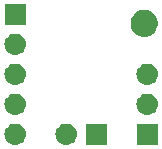
<source format=gbs>
G04 #@! TF.GenerationSoftware,KiCad,Pcbnew,5.1.2-f72e74a~84~ubuntu16.04.1*
G04 #@! TF.CreationDate,2019-07-19T18:16:20+01:00*
G04 #@! TF.ProjectId,DigitalPot,44696769-7461-46c5-906f-742e6b696361,rev?*
G04 #@! TF.SameCoordinates,Original*
G04 #@! TF.FileFunction,Soldermask,Bot*
G04 #@! TF.FilePolarity,Negative*
%FSLAX46Y46*%
G04 Gerber Fmt 4.6, Leading zero omitted, Abs format (unit mm)*
G04 Created by KiCad (PCBNEW 5.1.2-f72e74a~84~ubuntu16.04.1) date 2019-07-19 18:16:20*
%MOMM*%
%LPD*%
G04 APERTURE LIST*
%ADD10C,0.100000*%
G04 APERTURE END LIST*
D10*
G36*
X152793000Y-74815000D02*
G01*
X150991000Y-74815000D01*
X150991000Y-73013000D01*
X152793000Y-73013000D01*
X152793000Y-74815000D01*
X152793000Y-74815000D01*
G37*
G36*
X149462442Y-73019518D02*
G01*
X149528627Y-73026037D01*
X149698466Y-73077557D01*
X149854991Y-73161222D01*
X149890729Y-73190552D01*
X149992186Y-73273814D01*
X150075448Y-73375271D01*
X150104778Y-73411009D01*
X150188443Y-73567534D01*
X150239963Y-73737373D01*
X150257359Y-73914000D01*
X150239963Y-74090627D01*
X150188443Y-74260466D01*
X150104778Y-74416991D01*
X150075448Y-74452729D01*
X149992186Y-74554186D01*
X149890729Y-74637448D01*
X149854991Y-74666778D01*
X149698466Y-74750443D01*
X149528627Y-74801963D01*
X149462442Y-74808482D01*
X149396260Y-74815000D01*
X149307740Y-74815000D01*
X149241558Y-74808482D01*
X149175373Y-74801963D01*
X149005534Y-74750443D01*
X148849009Y-74666778D01*
X148813271Y-74637448D01*
X148711814Y-74554186D01*
X148628552Y-74452729D01*
X148599222Y-74416991D01*
X148515557Y-74260466D01*
X148464037Y-74090627D01*
X148446641Y-73914000D01*
X148464037Y-73737373D01*
X148515557Y-73567534D01*
X148599222Y-73411009D01*
X148628552Y-73375271D01*
X148711814Y-73273814D01*
X148813271Y-73190552D01*
X148849009Y-73161222D01*
X149005534Y-73077557D01*
X149175373Y-73026037D01*
X149241558Y-73019518D01*
X149307740Y-73013000D01*
X149396260Y-73013000D01*
X149462442Y-73019518D01*
X149462442Y-73019518D01*
G37*
G36*
X145144442Y-73019518D02*
G01*
X145210627Y-73026037D01*
X145380466Y-73077557D01*
X145536991Y-73161222D01*
X145572729Y-73190552D01*
X145674186Y-73273814D01*
X145757448Y-73375271D01*
X145786778Y-73411009D01*
X145870443Y-73567534D01*
X145921963Y-73737373D01*
X145939359Y-73914000D01*
X145921963Y-74090627D01*
X145870443Y-74260466D01*
X145786778Y-74416991D01*
X145757448Y-74452729D01*
X145674186Y-74554186D01*
X145572729Y-74637448D01*
X145536991Y-74666778D01*
X145380466Y-74750443D01*
X145210627Y-74801963D01*
X145144442Y-74808482D01*
X145078260Y-74815000D01*
X144989740Y-74815000D01*
X144923558Y-74808482D01*
X144857373Y-74801963D01*
X144687534Y-74750443D01*
X144531009Y-74666778D01*
X144495271Y-74637448D01*
X144393814Y-74554186D01*
X144310552Y-74452729D01*
X144281222Y-74416991D01*
X144197557Y-74260466D01*
X144146037Y-74090627D01*
X144128641Y-73914000D01*
X144146037Y-73737373D01*
X144197557Y-73567534D01*
X144281222Y-73411009D01*
X144310552Y-73375271D01*
X144393814Y-73273814D01*
X144495271Y-73190552D01*
X144531009Y-73161222D01*
X144687534Y-73077557D01*
X144857373Y-73026037D01*
X144923558Y-73019518D01*
X144989740Y-73013000D01*
X145078260Y-73013000D01*
X145144442Y-73019518D01*
X145144442Y-73019518D01*
G37*
G36*
X157111000Y-74815000D02*
G01*
X155309000Y-74815000D01*
X155309000Y-73013000D01*
X157111000Y-73013000D01*
X157111000Y-74815000D01*
X157111000Y-74815000D01*
G37*
G36*
X156320443Y-70479519D02*
G01*
X156386627Y-70486037D01*
X156556466Y-70537557D01*
X156712991Y-70621222D01*
X156748729Y-70650552D01*
X156850186Y-70733814D01*
X156933448Y-70835271D01*
X156962778Y-70871009D01*
X157046443Y-71027534D01*
X157097963Y-71197373D01*
X157115359Y-71374000D01*
X157097963Y-71550627D01*
X157046443Y-71720466D01*
X156962778Y-71876991D01*
X156933448Y-71912729D01*
X156850186Y-72014186D01*
X156748729Y-72097448D01*
X156712991Y-72126778D01*
X156556466Y-72210443D01*
X156386627Y-72261963D01*
X156320443Y-72268481D01*
X156254260Y-72275000D01*
X156165740Y-72275000D01*
X156099557Y-72268481D01*
X156033373Y-72261963D01*
X155863534Y-72210443D01*
X155707009Y-72126778D01*
X155671271Y-72097448D01*
X155569814Y-72014186D01*
X155486552Y-71912729D01*
X155457222Y-71876991D01*
X155373557Y-71720466D01*
X155322037Y-71550627D01*
X155304641Y-71374000D01*
X155322037Y-71197373D01*
X155373557Y-71027534D01*
X155457222Y-70871009D01*
X155486552Y-70835271D01*
X155569814Y-70733814D01*
X155671271Y-70650552D01*
X155707009Y-70621222D01*
X155863534Y-70537557D01*
X156033373Y-70486037D01*
X156099557Y-70479519D01*
X156165740Y-70473000D01*
X156254260Y-70473000D01*
X156320443Y-70479519D01*
X156320443Y-70479519D01*
G37*
G36*
X145144443Y-70479519D02*
G01*
X145210627Y-70486037D01*
X145380466Y-70537557D01*
X145536991Y-70621222D01*
X145572729Y-70650552D01*
X145674186Y-70733814D01*
X145757448Y-70835271D01*
X145786778Y-70871009D01*
X145870443Y-71027534D01*
X145921963Y-71197373D01*
X145939359Y-71374000D01*
X145921963Y-71550627D01*
X145870443Y-71720466D01*
X145786778Y-71876991D01*
X145757448Y-71912729D01*
X145674186Y-72014186D01*
X145572729Y-72097448D01*
X145536991Y-72126778D01*
X145380466Y-72210443D01*
X145210627Y-72261963D01*
X145144443Y-72268481D01*
X145078260Y-72275000D01*
X144989740Y-72275000D01*
X144923557Y-72268481D01*
X144857373Y-72261963D01*
X144687534Y-72210443D01*
X144531009Y-72126778D01*
X144495271Y-72097448D01*
X144393814Y-72014186D01*
X144310552Y-71912729D01*
X144281222Y-71876991D01*
X144197557Y-71720466D01*
X144146037Y-71550627D01*
X144128641Y-71374000D01*
X144146037Y-71197373D01*
X144197557Y-71027534D01*
X144281222Y-70871009D01*
X144310552Y-70835271D01*
X144393814Y-70733814D01*
X144495271Y-70650552D01*
X144531009Y-70621222D01*
X144687534Y-70537557D01*
X144857373Y-70486037D01*
X144923557Y-70479519D01*
X144989740Y-70473000D01*
X145078260Y-70473000D01*
X145144443Y-70479519D01*
X145144443Y-70479519D01*
G37*
G36*
X156320442Y-67939518D02*
G01*
X156386627Y-67946037D01*
X156556466Y-67997557D01*
X156712991Y-68081222D01*
X156748729Y-68110552D01*
X156850186Y-68193814D01*
X156933448Y-68295271D01*
X156962778Y-68331009D01*
X157046443Y-68487534D01*
X157097963Y-68657373D01*
X157115359Y-68834000D01*
X157097963Y-69010627D01*
X157046443Y-69180466D01*
X156962778Y-69336991D01*
X156933448Y-69372729D01*
X156850186Y-69474186D01*
X156748729Y-69557448D01*
X156712991Y-69586778D01*
X156556466Y-69670443D01*
X156386627Y-69721963D01*
X156320443Y-69728481D01*
X156254260Y-69735000D01*
X156165740Y-69735000D01*
X156099557Y-69728481D01*
X156033373Y-69721963D01*
X155863534Y-69670443D01*
X155707009Y-69586778D01*
X155671271Y-69557448D01*
X155569814Y-69474186D01*
X155486552Y-69372729D01*
X155457222Y-69336991D01*
X155373557Y-69180466D01*
X155322037Y-69010627D01*
X155304641Y-68834000D01*
X155322037Y-68657373D01*
X155373557Y-68487534D01*
X155457222Y-68331009D01*
X155486552Y-68295271D01*
X155569814Y-68193814D01*
X155671271Y-68110552D01*
X155707009Y-68081222D01*
X155863534Y-67997557D01*
X156033373Y-67946037D01*
X156099558Y-67939518D01*
X156165740Y-67933000D01*
X156254260Y-67933000D01*
X156320442Y-67939518D01*
X156320442Y-67939518D01*
G37*
G36*
X145144442Y-67939518D02*
G01*
X145210627Y-67946037D01*
X145380466Y-67997557D01*
X145536991Y-68081222D01*
X145572729Y-68110552D01*
X145674186Y-68193814D01*
X145757448Y-68295271D01*
X145786778Y-68331009D01*
X145870443Y-68487534D01*
X145921963Y-68657373D01*
X145939359Y-68834000D01*
X145921963Y-69010627D01*
X145870443Y-69180466D01*
X145786778Y-69336991D01*
X145757448Y-69372729D01*
X145674186Y-69474186D01*
X145572729Y-69557448D01*
X145536991Y-69586778D01*
X145380466Y-69670443D01*
X145210627Y-69721963D01*
X145144443Y-69728481D01*
X145078260Y-69735000D01*
X144989740Y-69735000D01*
X144923557Y-69728481D01*
X144857373Y-69721963D01*
X144687534Y-69670443D01*
X144531009Y-69586778D01*
X144495271Y-69557448D01*
X144393814Y-69474186D01*
X144310552Y-69372729D01*
X144281222Y-69336991D01*
X144197557Y-69180466D01*
X144146037Y-69010627D01*
X144128641Y-68834000D01*
X144146037Y-68657373D01*
X144197557Y-68487534D01*
X144281222Y-68331009D01*
X144310552Y-68295271D01*
X144393814Y-68193814D01*
X144495271Y-68110552D01*
X144531009Y-68081222D01*
X144687534Y-67997557D01*
X144857373Y-67946037D01*
X144923558Y-67939518D01*
X144989740Y-67933000D01*
X145078260Y-67933000D01*
X145144442Y-67939518D01*
X145144442Y-67939518D01*
G37*
G36*
X145144443Y-65399519D02*
G01*
X145210627Y-65406037D01*
X145380466Y-65457557D01*
X145536991Y-65541222D01*
X145572729Y-65570552D01*
X145674186Y-65653814D01*
X145757448Y-65755271D01*
X145786778Y-65791009D01*
X145870443Y-65947534D01*
X145921963Y-66117373D01*
X145939359Y-66294000D01*
X145921963Y-66470627D01*
X145870443Y-66640466D01*
X145786778Y-66796991D01*
X145757448Y-66832729D01*
X145674186Y-66934186D01*
X145572729Y-67017448D01*
X145536991Y-67046778D01*
X145380466Y-67130443D01*
X145210627Y-67181963D01*
X145144442Y-67188482D01*
X145078260Y-67195000D01*
X144989740Y-67195000D01*
X144923558Y-67188482D01*
X144857373Y-67181963D01*
X144687534Y-67130443D01*
X144531009Y-67046778D01*
X144495271Y-67017448D01*
X144393814Y-66934186D01*
X144310552Y-66832729D01*
X144281222Y-66796991D01*
X144197557Y-66640466D01*
X144146037Y-66470627D01*
X144128641Y-66294000D01*
X144146037Y-66117373D01*
X144197557Y-65947534D01*
X144281222Y-65791009D01*
X144310552Y-65755271D01*
X144393814Y-65653814D01*
X144495271Y-65570552D01*
X144531009Y-65541222D01*
X144687534Y-65457557D01*
X144857373Y-65406037D01*
X144923557Y-65399519D01*
X144989740Y-65393000D01*
X145078260Y-65393000D01*
X145144443Y-65399519D01*
X145144443Y-65399519D01*
G37*
G36*
X156180549Y-63387116D02*
G01*
X156291734Y-63409232D01*
X156501203Y-63495997D01*
X156689720Y-63621960D01*
X156850040Y-63782280D01*
X156976003Y-63970797D01*
X157062768Y-64180266D01*
X157107000Y-64402636D01*
X157107000Y-64629364D01*
X157062768Y-64851734D01*
X156976003Y-65061203D01*
X156850040Y-65249720D01*
X156689720Y-65410040D01*
X156501203Y-65536003D01*
X156501202Y-65536004D01*
X156501201Y-65536004D01*
X156439850Y-65561416D01*
X156291734Y-65622768D01*
X156180549Y-65644884D01*
X156069365Y-65667000D01*
X155842635Y-65667000D01*
X155731451Y-65644884D01*
X155620266Y-65622768D01*
X155472150Y-65561416D01*
X155410799Y-65536004D01*
X155410798Y-65536004D01*
X155410797Y-65536003D01*
X155222280Y-65410040D01*
X155061960Y-65249720D01*
X154935997Y-65061203D01*
X154849232Y-64851734D01*
X154805000Y-64629364D01*
X154805000Y-64402636D01*
X154849232Y-64180266D01*
X154935997Y-63970797D01*
X155061960Y-63782280D01*
X155222280Y-63621960D01*
X155410797Y-63495997D01*
X155620266Y-63409232D01*
X155731451Y-63387116D01*
X155842635Y-63365000D01*
X156069365Y-63365000D01*
X156180549Y-63387116D01*
X156180549Y-63387116D01*
G37*
G36*
X145935000Y-64655000D02*
G01*
X144133000Y-64655000D01*
X144133000Y-62853000D01*
X145935000Y-62853000D01*
X145935000Y-64655000D01*
X145935000Y-64655000D01*
G37*
M02*

</source>
